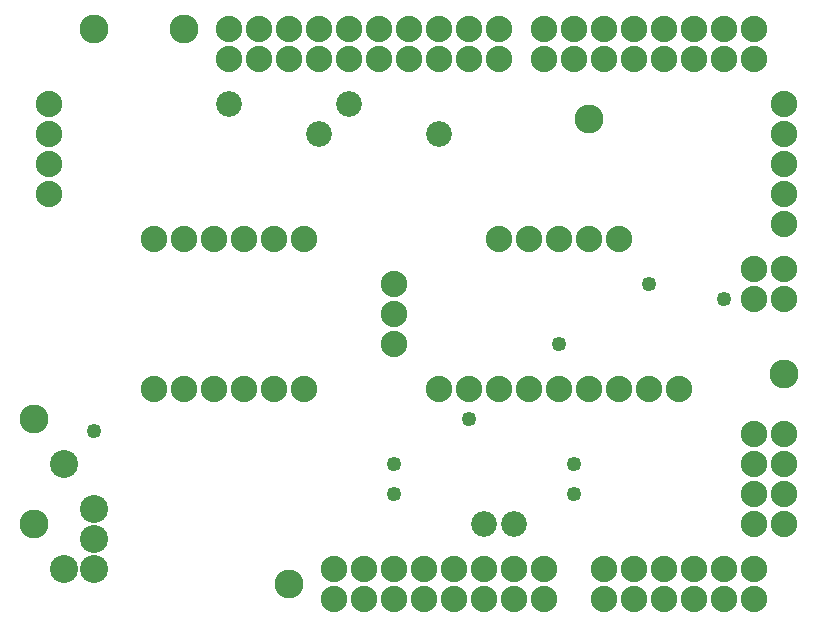
<source format=gts>
G04 MADE WITH FRITZING*
G04 WWW.FRITZING.ORG*
G04 DOUBLE SIDED*
G04 HOLES PLATED*
G04 CONTOUR ON CENTER OF CONTOUR VECTOR*
%ASAXBY*%
%FSLAX23Y23*%
%MOIN*%
%OFA0B0*%
%SFA1.0B1.0*%
%ADD10C,0.049370*%
%ADD11C,0.096614*%
%ADD12C,0.085433*%
%ADD13C,0.093307*%
%ADD14C,0.088000*%
%LNMASK1*%
G90*
G70*
G54D10*
X298Y655D03*
X1898Y547D03*
G54D11*
X598Y1997D03*
X1948Y1697D03*
X98Y697D03*
X298Y1997D03*
X98Y347D03*
X948Y147D03*
X2598Y847D03*
G54D12*
X1048Y1647D03*
X1448Y1647D03*
X748Y1747D03*
X1148Y1747D03*
G54D10*
X1898Y447D03*
X1298Y447D03*
G54D13*
X198Y547D03*
G54D10*
X1298Y547D03*
G54D13*
X198Y197D03*
G54D10*
X1548Y697D03*
G54D14*
X998Y797D03*
X898Y797D03*
X798Y797D03*
X698Y797D03*
X598Y797D03*
X498Y797D03*
X998Y1297D03*
X898Y1297D03*
X798Y1297D03*
X698Y1297D03*
X598Y1297D03*
X498Y1297D03*
X2248Y797D03*
X2148Y797D03*
X2048Y797D03*
X1948Y797D03*
X1848Y797D03*
X1748Y797D03*
X1648Y797D03*
X1548Y797D03*
X1448Y797D03*
X2048Y1297D03*
X1948Y1297D03*
X1848Y1297D03*
X1748Y1297D03*
X1648Y1297D03*
X148Y1747D03*
X148Y1647D03*
X148Y1547D03*
X148Y1447D03*
X1298Y1147D03*
X1298Y1047D03*
X1298Y947D03*
G54D10*
X1847Y948D03*
G54D12*
X1698Y347D03*
G54D10*
X2148Y1147D03*
G54D12*
X1598Y347D03*
G54D10*
X2398Y1097D03*
G54D14*
X2498Y647D03*
X2498Y547D03*
X2498Y447D03*
X2498Y347D03*
X2598Y1747D03*
X2598Y1647D03*
X2598Y1547D03*
X2598Y1447D03*
X2598Y1347D03*
G54D13*
X298Y397D03*
X298Y297D03*
X298Y197D03*
G54D14*
X2598Y647D03*
X2598Y547D03*
X2598Y447D03*
X2598Y347D03*
X2598Y1097D03*
X2598Y1197D03*
X2598Y1097D03*
X2598Y1197D03*
X2498Y1197D03*
X2498Y1097D03*
X1998Y97D03*
X2098Y97D03*
X2198Y97D03*
X2298Y97D03*
X2398Y97D03*
X2498Y97D03*
X1098Y97D03*
X1198Y97D03*
X1298Y97D03*
X1398Y97D03*
X1498Y97D03*
X1598Y97D03*
X1698Y97D03*
X1798Y97D03*
X1648Y1897D03*
X1548Y1897D03*
X1448Y1897D03*
X1348Y1897D03*
X1248Y1897D03*
X1148Y1897D03*
X1048Y1897D03*
X948Y1897D03*
X848Y1897D03*
X748Y1897D03*
X2498Y197D03*
X2398Y197D03*
X2298Y197D03*
X2198Y197D03*
X2098Y197D03*
X1998Y197D03*
X1798Y197D03*
X1698Y197D03*
X1598Y197D03*
X1498Y197D03*
X1398Y197D03*
X1298Y197D03*
X1198Y197D03*
X1098Y197D03*
X2498Y1897D03*
X2398Y1897D03*
X2298Y1897D03*
X2198Y1897D03*
X2098Y1897D03*
X1998Y1897D03*
X1898Y1897D03*
X1798Y1897D03*
X1798Y1997D03*
X1898Y1997D03*
X1998Y1997D03*
X2098Y1997D03*
X2198Y1997D03*
X2298Y1997D03*
X2398Y1997D03*
X2498Y1997D03*
X748Y1997D03*
X848Y1997D03*
X948Y1997D03*
X1048Y1997D03*
X1148Y1997D03*
X1248Y1997D03*
X1348Y1997D03*
X1448Y1997D03*
X1548Y1997D03*
X1648Y1997D03*
G04 End of Mask1*
M02*
</source>
